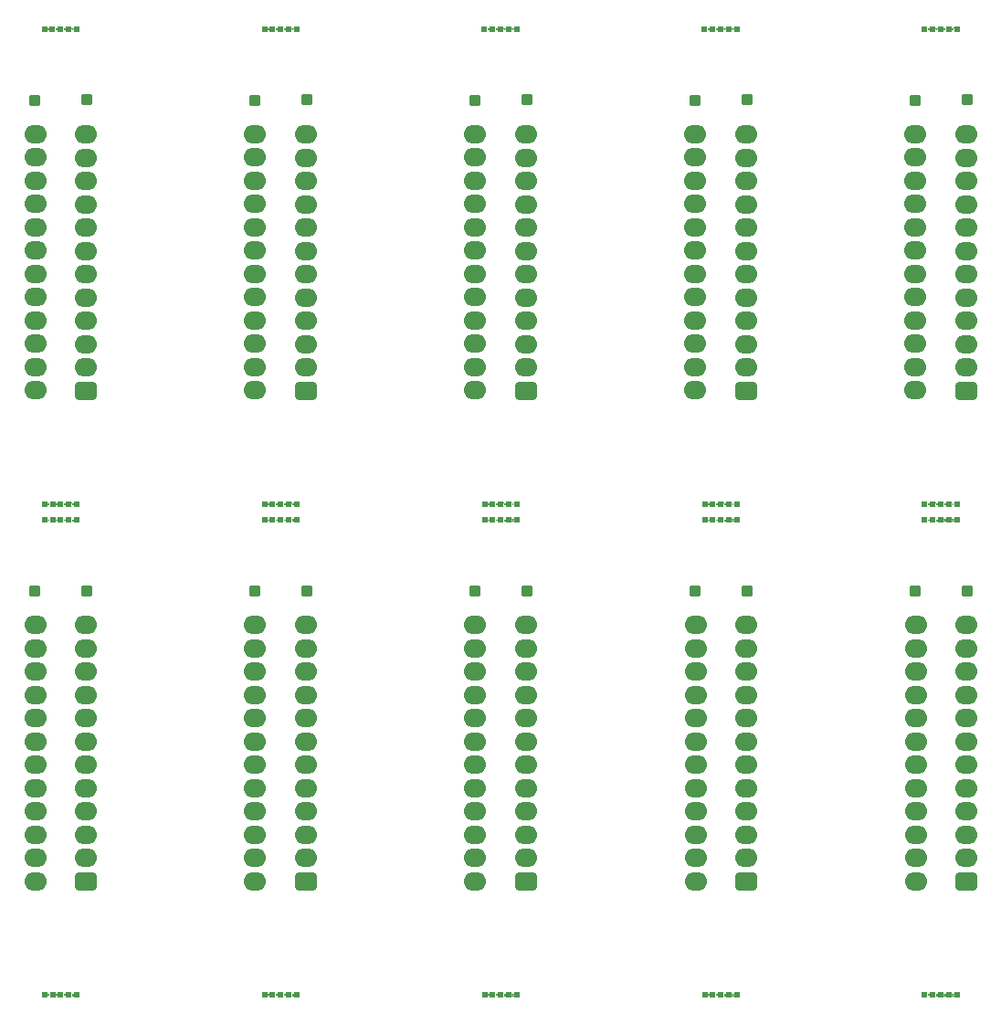
<source format=gts>
G04 #@! TF.GenerationSoftware,KiCad,Pcbnew,6.0.1-79c1e3a40b~116~ubuntu20.04.1*
G04 #@! TF.CreationDate,2022-01-18T16:31:01+01:00*
G04 #@! TF.ProjectId,10xNano_GPIB,3130784e-616e-46f5-9f47-5049422e6b69,rev?*
G04 #@! TF.SameCoordinates,Original*
G04 #@! TF.FileFunction,Soldermask,Top*
G04 #@! TF.FilePolarity,Negative*
%FSLAX46Y46*%
G04 Gerber Fmt 4.6, Leading zero omitted, Abs format (unit mm)*
G04 Created by KiCad (PCBNEW 6.0.1-79c1e3a40b~116~ubuntu20.04.1) date 2022-01-18 16:31:01*
%MOMM*%
%LPD*%
G01*
G04 APERTURE LIST*
G04 Aperture macros list*
%AMRoundRect*
0 Rectangle with rounded corners*
0 $1 Rounding radius*
0 $2 $3 $4 $5 $6 $7 $8 $9 X,Y pos of 4 corners*
0 Add a 4 corners polygon primitive as box body*
4,1,4,$2,$3,$4,$5,$6,$7,$8,$9,$2,$3,0*
0 Add four circle primitives for the rounded corners*
1,1,$1+$1,$2,$3*
1,1,$1+$1,$4,$5*
1,1,$1+$1,$6,$7*
1,1,$1+$1,$8,$9*
0 Add four rect primitives between the rounded corners*
20,1,$1+$1,$2,$3,$4,$5,0*
20,1,$1+$1,$4,$5,$6,$7,0*
20,1,$1+$1,$6,$7,$8,$9,0*
20,1,$1+$1,$8,$9,$2,$3,0*%
G04 Aperture macros list end*
%ADD10RoundRect,0.451000X0.600000X-0.400000X0.600000X0.400000X-0.600000X0.400000X-0.600000X-0.400000X0*%
%ADD11O,2.102000X1.702000*%
%ADD12RoundRect,0.051000X0.425000X0.425000X-0.425000X0.425000X-0.425000X-0.425000X0.425000X-0.425000X0*%
%ADD13C,0.602000*%
G04 APERTURE END LIST*
D10*
X123160000Y-127619000D03*
D11*
X123160000Y-125460000D03*
X123160000Y-123301000D03*
X123160000Y-121142000D03*
X123160000Y-118983000D03*
X123160000Y-116824000D03*
X123160000Y-114665000D03*
X123160000Y-112506000D03*
X123160000Y-110347000D03*
X123160000Y-108188000D03*
X123160000Y-106029000D03*
X123160000Y-103870000D03*
X118480000Y-127594500D03*
X118480000Y-125435500D03*
X118480000Y-123276500D03*
X118480000Y-121117500D03*
X118480000Y-118958500D03*
X118480000Y-116799500D03*
X118480000Y-114640500D03*
X118480000Y-112481500D03*
X118480000Y-110322500D03*
X118480000Y-108163500D03*
X118480000Y-106004500D03*
X118480000Y-103845500D03*
D12*
X98030439Y-100729447D03*
D10*
X82340000Y-82119000D03*
D11*
X82340000Y-79960000D03*
X82340000Y-77801000D03*
X82340000Y-75642000D03*
X82340000Y-73483000D03*
X82340000Y-71324000D03*
X82340000Y-69165000D03*
X82340000Y-67006000D03*
X82340000Y-64847000D03*
X82340000Y-62688000D03*
X82340000Y-60529000D03*
X82340000Y-58370000D03*
X77660000Y-82094500D03*
X77660000Y-79935500D03*
X77660000Y-77776500D03*
X77660000Y-75617500D03*
X77660000Y-73458500D03*
X77660000Y-71299500D03*
X77660000Y-69140500D03*
X77660000Y-66981500D03*
X77660000Y-64822500D03*
X77660000Y-62663500D03*
X77660000Y-60504500D03*
X77660000Y-58345500D03*
D10*
X143540000Y-82119000D03*
D11*
X143540000Y-79960000D03*
X143540000Y-77801000D03*
X143540000Y-75642000D03*
X143540000Y-73483000D03*
X143540000Y-71324000D03*
X143540000Y-69165000D03*
X143540000Y-67006000D03*
X143540000Y-64847000D03*
X143540000Y-62688000D03*
X143540000Y-60529000D03*
X143540000Y-58370000D03*
X138860000Y-82094500D03*
X138860000Y-79935500D03*
X138860000Y-77776500D03*
X138860000Y-75617500D03*
X138860000Y-73458500D03*
X138860000Y-71299500D03*
X138860000Y-69140500D03*
X138860000Y-66981500D03*
X138860000Y-64822500D03*
X138860000Y-62663500D03*
X138860000Y-60504500D03*
X138860000Y-58345500D03*
D12*
X123240439Y-100669447D03*
X98030439Y-55229447D03*
X143640439Y-100669447D03*
X57230439Y-55229447D03*
D13*
X80010000Y-48610000D03*
X78510000Y-48610000D03*
X81510000Y-48610000D03*
X80760000Y-48610000D03*
X79260000Y-48610000D03*
D10*
X61940000Y-82119000D03*
D11*
X61940000Y-79960000D03*
X61940000Y-77801000D03*
X61940000Y-75642000D03*
X61940000Y-73483000D03*
X61940000Y-71324000D03*
X61940000Y-69165000D03*
X61940000Y-67006000D03*
X61940000Y-64847000D03*
X61940000Y-62688000D03*
X61940000Y-60529000D03*
X61940000Y-58370000D03*
X57260000Y-82094500D03*
X57260000Y-79935500D03*
X57260000Y-77776500D03*
X57260000Y-75617500D03*
X57260000Y-73458500D03*
X57260000Y-71299500D03*
X57260000Y-69140500D03*
X57260000Y-66981500D03*
X57260000Y-64822500D03*
X57260000Y-62663500D03*
X57260000Y-60504500D03*
X57260000Y-58345500D03*
D13*
X61120000Y-92630000D03*
X60370000Y-94130000D03*
X60370000Y-92630000D03*
X59620000Y-92630000D03*
X58120000Y-94130000D03*
X61120000Y-94130000D03*
X58870000Y-92630000D03*
X59620000Y-94130000D03*
X58870000Y-94130000D03*
X58120000Y-92630000D03*
D12*
X138830439Y-100729447D03*
D13*
X140470000Y-92630000D03*
X141220000Y-92630000D03*
X141970000Y-94130000D03*
X142720000Y-94130000D03*
X139720000Y-92630000D03*
X142720000Y-92630000D03*
X140470000Y-94130000D03*
X139720000Y-94130000D03*
X141220000Y-94130000D03*
X141970000Y-92630000D03*
D12*
X77630439Y-55229447D03*
D13*
X119320000Y-138140000D03*
X120070000Y-138140000D03*
X122320000Y-138140000D03*
X121570000Y-138140000D03*
X120820000Y-138140000D03*
D10*
X102740000Y-127619000D03*
D11*
X102740000Y-125460000D03*
X102740000Y-123301000D03*
X102740000Y-121142000D03*
X102740000Y-118983000D03*
X102740000Y-116824000D03*
X102740000Y-114665000D03*
X102740000Y-112506000D03*
X102740000Y-110347000D03*
X102740000Y-108188000D03*
X102740000Y-106029000D03*
X102740000Y-103870000D03*
X98060000Y-127594500D03*
X98060000Y-125435500D03*
X98060000Y-123276500D03*
X98060000Y-121117500D03*
X98060000Y-118958500D03*
X98060000Y-116799500D03*
X98060000Y-114640500D03*
X98060000Y-112481500D03*
X98060000Y-110322500D03*
X98060000Y-108163500D03*
X98060000Y-106004500D03*
X98060000Y-103845500D03*
D12*
X102840439Y-55169447D03*
X77630439Y-100729447D03*
X143640439Y-55169447D03*
X118430439Y-55229447D03*
D10*
X102740000Y-82119000D03*
D11*
X102740000Y-79960000D03*
X102740000Y-77801000D03*
X102740000Y-75642000D03*
X102740000Y-73483000D03*
X102740000Y-71324000D03*
X102740000Y-69165000D03*
X102740000Y-67006000D03*
X102740000Y-64847000D03*
X102740000Y-62688000D03*
X102740000Y-60529000D03*
X102740000Y-58370000D03*
X98060000Y-82094500D03*
X98060000Y-79935500D03*
X98060000Y-77776500D03*
X98060000Y-75617500D03*
X98060000Y-73458500D03*
X98060000Y-71299500D03*
X98060000Y-69140500D03*
X98060000Y-66981500D03*
X98060000Y-64822500D03*
X98060000Y-62663500D03*
X98060000Y-60504500D03*
X98060000Y-58345500D03*
D13*
X98920000Y-138140000D03*
X99670000Y-138140000D03*
X101920000Y-138140000D03*
X101170000Y-138140000D03*
X100420000Y-138140000D03*
X122320000Y-94130000D03*
X120820000Y-92630000D03*
X119320000Y-92630000D03*
X122320000Y-92630000D03*
X119320000Y-94130000D03*
X120820000Y-94130000D03*
X121570000Y-92630000D03*
X120070000Y-92630000D03*
X120070000Y-94130000D03*
X121570000Y-94130000D03*
D12*
X138830439Y-55229447D03*
X82440439Y-55169447D03*
D10*
X82340000Y-127619000D03*
D11*
X82340000Y-125460000D03*
X82340000Y-123301000D03*
X82340000Y-121142000D03*
X82340000Y-118983000D03*
X82340000Y-116824000D03*
X82340000Y-114665000D03*
X82340000Y-112506000D03*
X82340000Y-110347000D03*
X82340000Y-108188000D03*
X82340000Y-106029000D03*
X82340000Y-103870000D03*
X77660000Y-127594500D03*
X77660000Y-125435500D03*
X77660000Y-123276500D03*
X77660000Y-121117500D03*
X77660000Y-118958500D03*
X77660000Y-116799500D03*
X77660000Y-114640500D03*
X77660000Y-112481500D03*
X77660000Y-110322500D03*
X77660000Y-108163500D03*
X77660000Y-106004500D03*
X77660000Y-103845500D03*
D13*
X140450000Y-48610000D03*
X139700000Y-48610000D03*
X141200000Y-48610000D03*
X141950000Y-48610000D03*
X142700000Y-48610000D03*
D12*
X62040439Y-100669447D03*
X82440439Y-100669447D03*
X57230439Y-100729447D03*
D13*
X98910000Y-48610000D03*
X101160000Y-48610000D03*
X99660000Y-48610000D03*
X101910000Y-48610000D03*
X100410000Y-48610000D03*
D12*
X62040439Y-55169447D03*
D13*
X60370000Y-138140000D03*
X61120000Y-138140000D03*
X59620000Y-138140000D03*
X58120000Y-138140000D03*
X58870000Y-138140000D03*
X78520000Y-92630000D03*
X79270000Y-94130000D03*
X81520000Y-94130000D03*
X80770000Y-94130000D03*
X78520000Y-94130000D03*
X80020000Y-92630000D03*
X81520000Y-92630000D03*
X79270000Y-92630000D03*
X80020000Y-94130000D03*
X80770000Y-92630000D03*
X60360000Y-48610000D03*
X58110000Y-48610000D03*
X59610000Y-48610000D03*
X61110000Y-48610000D03*
X58860000Y-48610000D03*
D10*
X143570000Y-127609000D03*
D11*
X143570000Y-125450000D03*
X143570000Y-123291000D03*
X143570000Y-121132000D03*
X143570000Y-118973000D03*
X143570000Y-116814000D03*
X143570000Y-114655000D03*
X143570000Y-112496000D03*
X143570000Y-110337000D03*
X143570000Y-108178000D03*
X143570000Y-106019000D03*
X143570000Y-103860000D03*
X138890000Y-127584500D03*
X138890000Y-125425500D03*
X138890000Y-123266500D03*
X138890000Y-121107500D03*
X138890000Y-118948500D03*
X138890000Y-116789500D03*
X138890000Y-114630500D03*
X138890000Y-112471500D03*
X138890000Y-110312500D03*
X138890000Y-108153500D03*
X138890000Y-105994500D03*
X138890000Y-103835500D03*
D13*
X139720000Y-138140000D03*
X141220000Y-138140000D03*
X141970000Y-138140000D03*
X140470000Y-138140000D03*
X142720000Y-138140000D03*
D12*
X123240439Y-55169447D03*
X102840439Y-100669447D03*
D13*
X80020000Y-138140000D03*
X80770000Y-138140000D03*
X79270000Y-138140000D03*
X81520000Y-138140000D03*
X78520000Y-138140000D03*
D10*
X123140000Y-82119000D03*
D11*
X123140000Y-79960000D03*
X123140000Y-77801000D03*
X123140000Y-75642000D03*
X123140000Y-73483000D03*
X123140000Y-71324000D03*
X123140000Y-69165000D03*
X123140000Y-67006000D03*
X123140000Y-64847000D03*
X123140000Y-62688000D03*
X123140000Y-60529000D03*
X123140000Y-58370000D03*
X118460000Y-82094500D03*
X118460000Y-79935500D03*
X118460000Y-77776500D03*
X118460000Y-75617500D03*
X118460000Y-73458500D03*
X118460000Y-71299500D03*
X118460000Y-69140500D03*
X118460000Y-66981500D03*
X118460000Y-64822500D03*
X118460000Y-62663500D03*
X118460000Y-60504500D03*
X118460000Y-58345500D03*
D12*
X118430439Y-100729447D03*
D13*
X99670000Y-94130000D03*
X101170000Y-92630000D03*
X98920000Y-94130000D03*
X98920000Y-92630000D03*
X101920000Y-92630000D03*
X101920000Y-94130000D03*
X99670000Y-92630000D03*
X100420000Y-92630000D03*
X100420000Y-94130000D03*
X101170000Y-94130000D03*
D10*
X61940000Y-127619000D03*
D11*
X61940000Y-125460000D03*
X61940000Y-123301000D03*
X61940000Y-121142000D03*
X61940000Y-118983000D03*
X61940000Y-116824000D03*
X61940000Y-114665000D03*
X61940000Y-112506000D03*
X61940000Y-110347000D03*
X61940000Y-108188000D03*
X61940000Y-106029000D03*
X61940000Y-103870000D03*
X57260000Y-127594500D03*
X57260000Y-125435500D03*
X57260000Y-123276500D03*
X57260000Y-121117500D03*
X57260000Y-118958500D03*
X57260000Y-116799500D03*
X57260000Y-114640500D03*
X57260000Y-112481500D03*
X57260000Y-110322500D03*
X57260000Y-108163500D03*
X57260000Y-106004500D03*
X57260000Y-103845500D03*
D13*
X121560000Y-48610000D03*
X120810000Y-48610000D03*
X122310000Y-48610000D03*
X120060000Y-48610000D03*
X119310000Y-48610000D03*
G36*
X120338315Y-138007990D02*
G01*
X120383037Y-138055343D01*
X120450263Y-138071991D01*
X120515864Y-138049635D01*
X120551095Y-138008977D01*
X120552985Y-138008323D01*
X120554496Y-138009633D01*
X120554338Y-138011287D01*
X120539062Y-138037746D01*
X120521031Y-138140000D01*
X120539062Y-138242254D01*
X120554871Y-138269637D01*
X120554871Y-138271637D01*
X120553139Y-138272637D01*
X120551685Y-138272010D01*
X120506963Y-138224657D01*
X120439737Y-138208009D01*
X120374136Y-138230365D01*
X120338905Y-138271023D01*
X120337015Y-138271677D01*
X120335504Y-138270367D01*
X120335662Y-138268713D01*
X120350938Y-138242254D01*
X120368969Y-138140000D01*
X120350938Y-138037746D01*
X120335129Y-138010363D01*
X120335129Y-138008363D01*
X120336861Y-138007363D01*
X120338315Y-138007990D01*
G37*
G36*
X100688315Y-138007990D02*
G01*
X100733037Y-138055343D01*
X100800263Y-138071991D01*
X100865864Y-138049635D01*
X100901095Y-138008977D01*
X100902985Y-138008323D01*
X100904496Y-138009633D01*
X100904338Y-138011287D01*
X100889062Y-138037746D01*
X100871031Y-138140000D01*
X100889062Y-138242254D01*
X100904871Y-138269637D01*
X100904871Y-138271637D01*
X100903139Y-138272637D01*
X100901685Y-138272010D01*
X100856963Y-138224657D01*
X100789737Y-138208009D01*
X100724136Y-138230365D01*
X100688905Y-138271023D01*
X100687015Y-138271677D01*
X100685504Y-138270367D01*
X100685662Y-138268713D01*
X100700938Y-138242254D01*
X100718969Y-138140000D01*
X100700938Y-138037746D01*
X100685129Y-138010363D01*
X100685129Y-138008363D01*
X100686861Y-138007363D01*
X100688315Y-138007990D01*
G37*
G36*
X78788315Y-138007990D02*
G01*
X78833037Y-138055343D01*
X78900263Y-138071991D01*
X78965864Y-138049635D01*
X79001095Y-138008977D01*
X79002985Y-138008323D01*
X79004496Y-138009633D01*
X79004338Y-138011287D01*
X78989062Y-138037746D01*
X78971031Y-138140000D01*
X78989062Y-138242254D01*
X79004871Y-138269637D01*
X79004871Y-138271637D01*
X79003139Y-138272637D01*
X79001685Y-138272010D01*
X78956963Y-138224657D01*
X78889737Y-138208009D01*
X78824136Y-138230365D01*
X78788905Y-138271023D01*
X78787015Y-138271677D01*
X78785504Y-138270367D01*
X78785662Y-138268713D01*
X78800938Y-138242254D01*
X78818969Y-138140000D01*
X78800938Y-138037746D01*
X78785129Y-138010363D01*
X78785129Y-138008363D01*
X78786861Y-138007363D01*
X78788315Y-138007990D01*
G37*
G36*
X99938315Y-138007990D02*
G01*
X99983037Y-138055343D01*
X100050263Y-138071991D01*
X100115864Y-138049635D01*
X100151095Y-138008977D01*
X100152985Y-138008323D01*
X100154496Y-138009633D01*
X100154338Y-138011287D01*
X100139062Y-138037746D01*
X100121031Y-138140000D01*
X100139062Y-138242254D01*
X100154871Y-138269637D01*
X100154871Y-138271637D01*
X100153139Y-138272637D01*
X100151685Y-138272010D01*
X100106963Y-138224657D01*
X100039737Y-138208009D01*
X99974136Y-138230365D01*
X99938905Y-138271023D01*
X99937015Y-138271677D01*
X99935504Y-138270367D01*
X99935662Y-138268713D01*
X99950938Y-138242254D01*
X99968969Y-138140000D01*
X99950938Y-138037746D01*
X99935129Y-138010363D01*
X99935129Y-138008363D01*
X99936861Y-138007363D01*
X99938315Y-138007990D01*
G37*
G36*
X141488315Y-138007990D02*
G01*
X141533037Y-138055343D01*
X141600263Y-138071991D01*
X141665864Y-138049635D01*
X141701095Y-138008977D01*
X141702985Y-138008323D01*
X141704496Y-138009633D01*
X141704338Y-138011287D01*
X141689062Y-138037746D01*
X141671031Y-138140000D01*
X141689062Y-138242254D01*
X141704871Y-138269637D01*
X141704871Y-138271637D01*
X141703139Y-138272637D01*
X141701685Y-138272010D01*
X141656963Y-138224657D01*
X141589737Y-138208009D01*
X141524136Y-138230365D01*
X141488905Y-138271023D01*
X141487015Y-138271677D01*
X141485504Y-138270367D01*
X141485662Y-138268713D01*
X141500938Y-138242254D01*
X141518969Y-138140000D01*
X141500938Y-138037746D01*
X141485129Y-138010363D01*
X141485129Y-138008363D01*
X141486861Y-138007363D01*
X141488315Y-138007990D01*
G37*
G36*
X80288315Y-138007990D02*
G01*
X80333037Y-138055343D01*
X80400263Y-138071991D01*
X80465864Y-138049635D01*
X80501095Y-138008977D01*
X80502985Y-138008323D01*
X80504496Y-138009633D01*
X80504338Y-138011287D01*
X80489062Y-138037746D01*
X80471031Y-138140000D01*
X80489062Y-138242254D01*
X80504871Y-138269637D01*
X80504871Y-138271637D01*
X80503139Y-138272637D01*
X80501685Y-138272010D01*
X80456963Y-138224657D01*
X80389737Y-138208009D01*
X80324136Y-138230365D01*
X80288905Y-138271023D01*
X80287015Y-138271677D01*
X80285504Y-138270367D01*
X80285662Y-138268713D01*
X80300938Y-138242254D01*
X80318969Y-138140000D01*
X80300938Y-138037746D01*
X80285129Y-138010363D01*
X80285129Y-138008363D01*
X80286861Y-138007363D01*
X80288315Y-138007990D01*
G37*
G36*
X79538315Y-138007990D02*
G01*
X79583037Y-138055343D01*
X79650263Y-138071991D01*
X79715864Y-138049635D01*
X79751095Y-138008977D01*
X79752985Y-138008323D01*
X79754496Y-138009633D01*
X79754338Y-138011287D01*
X79739062Y-138037746D01*
X79721031Y-138140000D01*
X79739062Y-138242254D01*
X79754871Y-138269637D01*
X79754871Y-138271637D01*
X79753139Y-138272637D01*
X79751685Y-138272010D01*
X79706963Y-138224657D01*
X79639737Y-138208009D01*
X79574136Y-138230365D01*
X79538905Y-138271023D01*
X79537015Y-138271677D01*
X79535504Y-138270367D01*
X79535662Y-138268713D01*
X79550938Y-138242254D01*
X79568969Y-138140000D01*
X79550938Y-138037746D01*
X79535129Y-138010363D01*
X79535129Y-138008363D01*
X79536861Y-138007363D01*
X79538315Y-138007990D01*
G37*
G36*
X59888315Y-138007990D02*
G01*
X59933037Y-138055343D01*
X60000263Y-138071991D01*
X60065864Y-138049635D01*
X60101095Y-138008977D01*
X60102985Y-138008323D01*
X60104496Y-138009633D01*
X60104338Y-138011287D01*
X60089062Y-138037746D01*
X60071031Y-138140000D01*
X60089062Y-138242254D01*
X60104871Y-138269637D01*
X60104871Y-138271637D01*
X60103139Y-138272637D01*
X60101685Y-138272010D01*
X60056963Y-138224657D01*
X59989737Y-138208009D01*
X59924136Y-138230365D01*
X59888905Y-138271023D01*
X59887015Y-138271677D01*
X59885504Y-138270367D01*
X59885662Y-138268713D01*
X59900938Y-138242254D01*
X59918969Y-138140000D01*
X59900938Y-138037746D01*
X59885129Y-138010363D01*
X59885129Y-138008363D01*
X59886861Y-138007363D01*
X59888315Y-138007990D01*
G37*
G36*
X59138315Y-138007990D02*
G01*
X59183037Y-138055343D01*
X59250263Y-138071991D01*
X59315864Y-138049635D01*
X59351095Y-138008977D01*
X59352985Y-138008323D01*
X59354496Y-138009633D01*
X59354338Y-138011287D01*
X59339062Y-138037746D01*
X59321031Y-138140000D01*
X59339062Y-138242254D01*
X59354871Y-138269637D01*
X59354871Y-138271637D01*
X59353139Y-138272637D01*
X59351685Y-138272010D01*
X59306963Y-138224657D01*
X59239737Y-138208009D01*
X59174136Y-138230365D01*
X59138905Y-138271023D01*
X59137015Y-138271677D01*
X59135504Y-138270367D01*
X59135662Y-138268713D01*
X59150938Y-138242254D01*
X59168969Y-138140000D01*
X59150938Y-138037746D01*
X59135129Y-138010363D01*
X59135129Y-138008363D01*
X59136861Y-138007363D01*
X59138315Y-138007990D01*
G37*
G36*
X121088315Y-138007990D02*
G01*
X121133037Y-138055343D01*
X121200263Y-138071991D01*
X121265864Y-138049635D01*
X121301095Y-138008977D01*
X121302985Y-138008323D01*
X121304496Y-138009633D01*
X121304338Y-138011287D01*
X121289062Y-138037746D01*
X121271031Y-138140000D01*
X121289062Y-138242254D01*
X121304871Y-138269637D01*
X121304871Y-138271637D01*
X121303139Y-138272637D01*
X121301685Y-138272010D01*
X121256963Y-138224657D01*
X121189737Y-138208009D01*
X121124136Y-138230365D01*
X121088905Y-138271023D01*
X121087015Y-138271677D01*
X121085504Y-138270367D01*
X121085662Y-138268713D01*
X121100938Y-138242254D01*
X121118969Y-138140000D01*
X121100938Y-138037746D01*
X121085129Y-138010363D01*
X121085129Y-138008363D01*
X121086861Y-138007363D01*
X121088315Y-138007990D01*
G37*
G36*
X140738315Y-138007990D02*
G01*
X140783037Y-138055343D01*
X140850263Y-138071991D01*
X140915864Y-138049635D01*
X140951095Y-138008977D01*
X140952985Y-138008323D01*
X140954496Y-138009633D01*
X140954338Y-138011287D01*
X140939062Y-138037746D01*
X140921031Y-138140000D01*
X140939062Y-138242254D01*
X140954871Y-138269637D01*
X140954871Y-138271637D01*
X140953139Y-138272637D01*
X140951685Y-138272010D01*
X140906963Y-138224657D01*
X140839737Y-138208009D01*
X140774136Y-138230365D01*
X140738905Y-138271023D01*
X140737015Y-138271677D01*
X140735504Y-138270367D01*
X140735662Y-138268713D01*
X140750938Y-138242254D01*
X140768969Y-138140000D01*
X140750938Y-138037746D01*
X140735129Y-138010363D01*
X140735129Y-138008363D01*
X140736861Y-138007363D01*
X140738315Y-138007990D01*
G37*
G36*
X139988315Y-138007990D02*
G01*
X140033037Y-138055343D01*
X140100263Y-138071991D01*
X140165864Y-138049635D01*
X140201095Y-138008977D01*
X140202985Y-138008323D01*
X140204496Y-138009633D01*
X140204338Y-138011287D01*
X140189062Y-138037746D01*
X140171031Y-138140000D01*
X140189062Y-138242254D01*
X140204871Y-138269637D01*
X140204871Y-138271637D01*
X140203139Y-138272637D01*
X140201685Y-138272010D01*
X140156963Y-138224657D01*
X140089737Y-138208009D01*
X140024136Y-138230365D01*
X139988905Y-138271023D01*
X139987015Y-138271677D01*
X139985504Y-138270367D01*
X139985662Y-138268713D01*
X140000938Y-138242254D01*
X140018969Y-138140000D01*
X140000938Y-138037746D01*
X139985129Y-138010363D01*
X139985129Y-138008363D01*
X139986861Y-138007363D01*
X139988315Y-138007990D01*
G37*
G36*
X58388315Y-138007990D02*
G01*
X58433037Y-138055343D01*
X58500263Y-138071991D01*
X58565864Y-138049635D01*
X58601095Y-138008977D01*
X58602985Y-138008323D01*
X58604496Y-138009633D01*
X58604338Y-138011287D01*
X58589062Y-138037746D01*
X58571031Y-138140000D01*
X58589062Y-138242254D01*
X58604871Y-138269637D01*
X58604871Y-138271637D01*
X58603139Y-138272637D01*
X58601685Y-138272010D01*
X58556963Y-138224657D01*
X58489737Y-138208009D01*
X58424136Y-138230365D01*
X58388905Y-138271023D01*
X58387015Y-138271677D01*
X58385504Y-138270367D01*
X58385662Y-138268713D01*
X58400938Y-138242254D01*
X58418969Y-138140000D01*
X58400938Y-138037746D01*
X58385129Y-138010363D01*
X58385129Y-138008363D01*
X58386861Y-138007363D01*
X58388315Y-138007990D01*
G37*
G36*
X121838315Y-138007990D02*
G01*
X121883037Y-138055343D01*
X121950263Y-138071991D01*
X122015864Y-138049635D01*
X122051095Y-138008977D01*
X122052985Y-138008323D01*
X122054496Y-138009633D01*
X122054338Y-138011287D01*
X122039062Y-138037746D01*
X122021031Y-138140000D01*
X122039062Y-138242254D01*
X122054871Y-138269637D01*
X122054871Y-138271637D01*
X122053139Y-138272637D01*
X122051685Y-138272010D01*
X122006963Y-138224657D01*
X121939737Y-138208009D01*
X121874136Y-138230365D01*
X121838905Y-138271023D01*
X121837015Y-138271677D01*
X121835504Y-138270367D01*
X121835662Y-138268713D01*
X121850938Y-138242254D01*
X121868969Y-138140000D01*
X121850938Y-138037746D01*
X121835129Y-138010363D01*
X121835129Y-138008363D01*
X121836861Y-138007363D01*
X121838315Y-138007990D01*
G37*
G36*
X99188315Y-138007990D02*
G01*
X99233037Y-138055343D01*
X99300263Y-138071991D01*
X99365864Y-138049635D01*
X99401095Y-138008977D01*
X99402985Y-138008323D01*
X99404496Y-138009633D01*
X99404338Y-138011287D01*
X99389062Y-138037746D01*
X99371031Y-138140000D01*
X99389062Y-138242254D01*
X99404871Y-138269637D01*
X99404871Y-138271637D01*
X99403139Y-138272637D01*
X99401685Y-138272010D01*
X99356963Y-138224657D01*
X99289737Y-138208009D01*
X99224136Y-138230365D01*
X99188905Y-138271023D01*
X99187015Y-138271677D01*
X99185504Y-138270367D01*
X99185662Y-138268713D01*
X99200938Y-138242254D01*
X99218969Y-138140000D01*
X99200938Y-138037746D01*
X99185129Y-138010363D01*
X99185129Y-138008363D01*
X99186861Y-138007363D01*
X99188315Y-138007990D01*
G37*
G36*
X142238315Y-138007990D02*
G01*
X142283037Y-138055343D01*
X142350263Y-138071991D01*
X142415864Y-138049635D01*
X142451095Y-138008977D01*
X142452985Y-138008323D01*
X142454496Y-138009633D01*
X142454338Y-138011287D01*
X142439062Y-138037746D01*
X142421031Y-138140000D01*
X142439062Y-138242254D01*
X142454871Y-138269637D01*
X142454871Y-138271637D01*
X142453139Y-138272637D01*
X142451685Y-138272010D01*
X142406963Y-138224657D01*
X142339737Y-138208009D01*
X142274136Y-138230365D01*
X142238905Y-138271023D01*
X142237015Y-138271677D01*
X142235504Y-138270367D01*
X142235662Y-138268713D01*
X142250938Y-138242254D01*
X142268969Y-138140000D01*
X142250938Y-138037746D01*
X142235129Y-138010363D01*
X142235129Y-138008363D01*
X142236861Y-138007363D01*
X142238315Y-138007990D01*
G37*
G36*
X119588315Y-138007990D02*
G01*
X119633037Y-138055343D01*
X119700263Y-138071991D01*
X119765864Y-138049635D01*
X119801095Y-138008977D01*
X119802985Y-138008323D01*
X119804496Y-138009633D01*
X119804338Y-138011287D01*
X119789062Y-138037746D01*
X119771031Y-138140000D01*
X119789062Y-138242254D01*
X119804871Y-138269637D01*
X119804871Y-138271637D01*
X119803139Y-138272637D01*
X119801685Y-138272010D01*
X119756963Y-138224657D01*
X119689737Y-138208009D01*
X119624136Y-138230365D01*
X119588905Y-138271023D01*
X119587015Y-138271677D01*
X119585504Y-138270367D01*
X119585662Y-138268713D01*
X119600938Y-138242254D01*
X119618969Y-138140000D01*
X119600938Y-138037746D01*
X119585129Y-138010363D01*
X119585129Y-138008363D01*
X119586861Y-138007363D01*
X119588315Y-138007990D01*
G37*
G36*
X101438315Y-138007990D02*
G01*
X101483037Y-138055343D01*
X101550263Y-138071991D01*
X101615864Y-138049635D01*
X101651095Y-138008977D01*
X101652985Y-138008323D01*
X101654496Y-138009633D01*
X101654338Y-138011287D01*
X101639062Y-138037746D01*
X101621031Y-138140000D01*
X101639062Y-138242254D01*
X101654871Y-138269637D01*
X101654871Y-138271637D01*
X101653139Y-138272637D01*
X101651685Y-138272010D01*
X101606963Y-138224657D01*
X101539737Y-138208009D01*
X101474136Y-138230365D01*
X101438905Y-138271023D01*
X101437015Y-138271677D01*
X101435504Y-138270367D01*
X101435662Y-138268713D01*
X101450938Y-138242254D01*
X101468969Y-138140000D01*
X101450938Y-138037746D01*
X101435129Y-138010363D01*
X101435129Y-138008363D01*
X101436861Y-138007363D01*
X101438315Y-138007990D01*
G37*
G36*
X81038315Y-138007990D02*
G01*
X81083037Y-138055343D01*
X81150263Y-138071991D01*
X81215864Y-138049635D01*
X81251095Y-138008977D01*
X81252985Y-138008323D01*
X81254496Y-138009633D01*
X81254338Y-138011287D01*
X81239062Y-138037746D01*
X81221031Y-138140000D01*
X81239062Y-138242254D01*
X81254871Y-138269637D01*
X81254871Y-138271637D01*
X81253139Y-138272637D01*
X81251685Y-138272010D01*
X81206963Y-138224657D01*
X81139737Y-138208009D01*
X81074136Y-138230365D01*
X81038905Y-138271023D01*
X81037015Y-138271677D01*
X81035504Y-138270367D01*
X81035662Y-138268713D01*
X81050938Y-138242254D01*
X81068969Y-138140000D01*
X81050938Y-138037746D01*
X81035129Y-138010363D01*
X81035129Y-138008363D01*
X81036861Y-138007363D01*
X81038315Y-138007990D01*
G37*
G36*
X60638315Y-138007990D02*
G01*
X60683037Y-138055343D01*
X60750263Y-138071991D01*
X60815864Y-138049635D01*
X60851095Y-138008977D01*
X60852985Y-138008323D01*
X60854496Y-138009633D01*
X60854338Y-138011287D01*
X60839062Y-138037746D01*
X60821031Y-138140000D01*
X60839062Y-138242254D01*
X60854871Y-138269637D01*
X60854871Y-138271637D01*
X60853139Y-138272637D01*
X60851685Y-138272010D01*
X60806963Y-138224657D01*
X60739737Y-138208009D01*
X60674136Y-138230365D01*
X60638905Y-138271023D01*
X60637015Y-138271677D01*
X60635504Y-138270367D01*
X60635662Y-138268713D01*
X60650938Y-138242254D01*
X60668969Y-138140000D01*
X60650938Y-138037746D01*
X60635129Y-138010363D01*
X60635129Y-138008363D01*
X60636861Y-138007363D01*
X60638315Y-138007990D01*
G37*
G36*
X120338315Y-93997990D02*
G01*
X120383037Y-94045343D01*
X120450263Y-94061991D01*
X120515864Y-94039635D01*
X120551095Y-93998977D01*
X120552985Y-93998323D01*
X120554496Y-93999633D01*
X120554338Y-94001287D01*
X120539062Y-94027746D01*
X120521031Y-94130000D01*
X120539062Y-94232254D01*
X120554871Y-94259637D01*
X120554871Y-94261637D01*
X120553139Y-94262637D01*
X120551685Y-94262010D01*
X120506963Y-94214657D01*
X120439737Y-94198009D01*
X120374136Y-94220365D01*
X120338905Y-94261023D01*
X120337015Y-94261677D01*
X120335504Y-94260367D01*
X120335662Y-94258713D01*
X120350938Y-94232254D01*
X120368969Y-94130000D01*
X120350938Y-94027746D01*
X120335129Y-94000363D01*
X120335129Y-93998363D01*
X120336861Y-93997363D01*
X120338315Y-93997990D01*
G37*
G36*
X119588315Y-93997990D02*
G01*
X119633037Y-94045343D01*
X119700263Y-94061991D01*
X119765864Y-94039635D01*
X119801095Y-93998977D01*
X119802985Y-93998323D01*
X119804496Y-93999633D01*
X119804338Y-94001287D01*
X119789062Y-94027746D01*
X119771031Y-94130000D01*
X119789062Y-94232254D01*
X119804871Y-94259637D01*
X119804871Y-94261637D01*
X119803139Y-94262637D01*
X119801685Y-94262010D01*
X119756963Y-94214657D01*
X119689737Y-94198009D01*
X119624136Y-94220365D01*
X119588905Y-94261023D01*
X119587015Y-94261677D01*
X119585504Y-94260367D01*
X119585662Y-94258713D01*
X119600938Y-94232254D01*
X119618969Y-94130000D01*
X119600938Y-94027746D01*
X119585129Y-94000363D01*
X119585129Y-93998363D01*
X119586861Y-93997363D01*
X119588315Y-93997990D01*
G37*
G36*
X59888315Y-93997990D02*
G01*
X59933037Y-94045343D01*
X60000263Y-94061991D01*
X60065864Y-94039635D01*
X60101095Y-93998977D01*
X60102985Y-93998323D01*
X60104496Y-93999633D01*
X60104338Y-94001287D01*
X60089062Y-94027746D01*
X60071031Y-94130000D01*
X60089062Y-94232254D01*
X60104871Y-94259637D01*
X60104871Y-94261637D01*
X60103139Y-94262637D01*
X60101685Y-94262010D01*
X60056963Y-94214657D01*
X59989737Y-94198009D01*
X59924136Y-94220365D01*
X59888905Y-94261023D01*
X59887015Y-94261677D01*
X59885504Y-94260367D01*
X59885662Y-94258713D01*
X59900938Y-94232254D01*
X59918969Y-94130000D01*
X59900938Y-94027746D01*
X59885129Y-94000363D01*
X59885129Y-93998363D01*
X59886861Y-93997363D01*
X59888315Y-93997990D01*
G37*
G36*
X101438315Y-93997990D02*
G01*
X101483037Y-94045343D01*
X101550263Y-94061991D01*
X101615864Y-94039635D01*
X101651095Y-93998977D01*
X101652985Y-93998323D01*
X101654496Y-93999633D01*
X101654338Y-94001287D01*
X101639062Y-94027746D01*
X101621031Y-94130000D01*
X101639062Y-94232254D01*
X101654871Y-94259637D01*
X101654871Y-94261637D01*
X101653139Y-94262637D01*
X101651685Y-94262010D01*
X101606963Y-94214657D01*
X101539737Y-94198009D01*
X101474136Y-94220365D01*
X101438905Y-94261023D01*
X101437015Y-94261677D01*
X101435504Y-94260367D01*
X101435662Y-94258713D01*
X101450938Y-94232254D01*
X101468969Y-94130000D01*
X101450938Y-94027746D01*
X101435129Y-94000363D01*
X101435129Y-93998363D01*
X101436861Y-93997363D01*
X101438315Y-93997990D01*
G37*
G36*
X81038315Y-93997990D02*
G01*
X81083037Y-94045343D01*
X81150263Y-94061991D01*
X81215864Y-94039635D01*
X81251095Y-93998977D01*
X81252985Y-93998323D01*
X81254496Y-93999633D01*
X81254338Y-94001287D01*
X81239062Y-94027746D01*
X81221031Y-94130000D01*
X81239062Y-94232254D01*
X81254871Y-94259637D01*
X81254871Y-94261637D01*
X81253139Y-94262637D01*
X81251685Y-94262010D01*
X81206963Y-94214657D01*
X81139737Y-94198009D01*
X81074136Y-94220365D01*
X81038905Y-94261023D01*
X81037015Y-94261677D01*
X81035504Y-94260367D01*
X81035662Y-94258713D01*
X81050938Y-94232254D01*
X81068969Y-94130000D01*
X81050938Y-94027746D01*
X81035129Y-94000363D01*
X81035129Y-93998363D01*
X81036861Y-93997363D01*
X81038315Y-93997990D01*
G37*
G36*
X100688315Y-93997990D02*
G01*
X100733037Y-94045343D01*
X100800263Y-94061991D01*
X100865864Y-94039635D01*
X100901095Y-93998977D01*
X100902985Y-93998323D01*
X100904496Y-93999633D01*
X100904338Y-94001287D01*
X100889062Y-94027746D01*
X100871031Y-94130000D01*
X100889062Y-94232254D01*
X100904871Y-94259637D01*
X100904871Y-94261637D01*
X100903139Y-94262637D01*
X100901685Y-94262010D01*
X100856963Y-94214657D01*
X100789737Y-94198009D01*
X100724136Y-94220365D01*
X100688905Y-94261023D01*
X100687015Y-94261677D01*
X100685504Y-94260367D01*
X100685662Y-94258713D01*
X100700938Y-94232254D01*
X100718969Y-94130000D01*
X100700938Y-94027746D01*
X100685129Y-94000363D01*
X100685129Y-93998363D01*
X100686861Y-93997363D01*
X100688315Y-93997990D01*
G37*
G36*
X142238315Y-93997990D02*
G01*
X142283037Y-94045343D01*
X142350263Y-94061991D01*
X142415864Y-94039635D01*
X142451095Y-93998977D01*
X142452985Y-93998323D01*
X142454496Y-93999633D01*
X142454338Y-94001287D01*
X142439062Y-94027746D01*
X142421031Y-94130000D01*
X142439062Y-94232254D01*
X142454871Y-94259637D01*
X142454871Y-94261637D01*
X142453139Y-94262637D01*
X142451685Y-94262010D01*
X142406963Y-94214657D01*
X142339737Y-94198009D01*
X142274136Y-94220365D01*
X142238905Y-94261023D01*
X142237015Y-94261677D01*
X142235504Y-94260367D01*
X142235662Y-94258713D01*
X142250938Y-94232254D01*
X142268969Y-94130000D01*
X142250938Y-94027746D01*
X142235129Y-94000363D01*
X142235129Y-93998363D01*
X142236861Y-93997363D01*
X142238315Y-93997990D01*
G37*
G36*
X58388315Y-93997990D02*
G01*
X58433037Y-94045343D01*
X58500263Y-94061991D01*
X58565864Y-94039635D01*
X58601095Y-93998977D01*
X58602985Y-93998323D01*
X58604496Y-93999633D01*
X58604338Y-94001287D01*
X58589062Y-94027746D01*
X58571031Y-94130000D01*
X58589062Y-94232254D01*
X58604871Y-94259637D01*
X58604871Y-94261637D01*
X58603139Y-94262637D01*
X58601685Y-94262010D01*
X58556963Y-94214657D01*
X58489737Y-94198009D01*
X58424136Y-94220365D01*
X58388905Y-94261023D01*
X58387015Y-94261677D01*
X58385504Y-94260367D01*
X58385662Y-94258713D01*
X58400938Y-94232254D01*
X58418969Y-94130000D01*
X58400938Y-94027746D01*
X58385129Y-94000363D01*
X58385129Y-93998363D01*
X58386861Y-93997363D01*
X58388315Y-93997990D01*
G37*
G36*
X99938315Y-93997990D02*
G01*
X99983037Y-94045343D01*
X100050263Y-94061991D01*
X100115864Y-94039635D01*
X100151095Y-93998977D01*
X100152985Y-93998323D01*
X100154496Y-93999633D01*
X100154338Y-94001287D01*
X100139062Y-94027746D01*
X100121031Y-94130000D01*
X100139062Y-94232254D01*
X100154871Y-94259637D01*
X100154871Y-94261637D01*
X100153139Y-94262637D01*
X100151685Y-94262010D01*
X100106963Y-94214657D01*
X100039737Y-94198009D01*
X99974136Y-94220365D01*
X99938905Y-94261023D01*
X99937015Y-94261677D01*
X99935504Y-94260367D01*
X99935662Y-94258713D01*
X99950938Y-94232254D01*
X99968969Y-94130000D01*
X99950938Y-94027746D01*
X99935129Y-94000363D01*
X99935129Y-93998363D01*
X99936861Y-93997363D01*
X99938315Y-93997990D01*
G37*
G36*
X99188315Y-93997990D02*
G01*
X99233037Y-94045343D01*
X99300263Y-94061991D01*
X99365864Y-94039635D01*
X99401095Y-93998977D01*
X99402985Y-93998323D01*
X99404496Y-93999633D01*
X99404338Y-94001287D01*
X99389062Y-94027746D01*
X99371031Y-94130000D01*
X99389062Y-94232254D01*
X99404871Y-94259637D01*
X99404871Y-94261637D01*
X99403139Y-94262637D01*
X99401685Y-94262010D01*
X99356963Y-94214657D01*
X99289737Y-94198009D01*
X99224136Y-94220365D01*
X99188905Y-94261023D01*
X99187015Y-94261677D01*
X99185504Y-94260367D01*
X99185662Y-94258713D01*
X99200938Y-94232254D01*
X99218969Y-94130000D01*
X99200938Y-94027746D01*
X99185129Y-94000363D01*
X99185129Y-93998363D01*
X99186861Y-93997363D01*
X99188315Y-93997990D01*
G37*
G36*
X59138315Y-93997990D02*
G01*
X59183037Y-94045343D01*
X59250263Y-94061991D01*
X59315864Y-94039635D01*
X59351095Y-93998977D01*
X59352985Y-93998323D01*
X59354496Y-93999633D01*
X59354338Y-94001287D01*
X59339062Y-94027746D01*
X59321031Y-94130000D01*
X59339062Y-94232254D01*
X59354871Y-94259637D01*
X59354871Y-94261637D01*
X59353139Y-94262637D01*
X59351685Y-94262010D01*
X59306963Y-94214657D01*
X59239737Y-94198009D01*
X59174136Y-94220365D01*
X59138905Y-94261023D01*
X59137015Y-94261677D01*
X59135504Y-94260367D01*
X59135662Y-94258713D01*
X59150938Y-94232254D01*
X59168969Y-94130000D01*
X59150938Y-94027746D01*
X59135129Y-94000363D01*
X59135129Y-93998363D01*
X59136861Y-93997363D01*
X59138315Y-93997990D01*
G37*
G36*
X79538315Y-93997990D02*
G01*
X79583037Y-94045343D01*
X79650263Y-94061991D01*
X79715864Y-94039635D01*
X79751095Y-93998977D01*
X79752985Y-93998323D01*
X79754496Y-93999633D01*
X79754338Y-94001287D01*
X79739062Y-94027746D01*
X79721031Y-94130000D01*
X79739062Y-94232254D01*
X79754871Y-94259637D01*
X79754871Y-94261637D01*
X79753139Y-94262637D01*
X79751685Y-94262010D01*
X79706963Y-94214657D01*
X79639737Y-94198009D01*
X79574136Y-94220365D01*
X79538905Y-94261023D01*
X79537015Y-94261677D01*
X79535504Y-94260367D01*
X79535662Y-94258713D01*
X79550938Y-94232254D01*
X79568969Y-94130000D01*
X79550938Y-94027746D01*
X79535129Y-94000363D01*
X79535129Y-93998363D01*
X79536861Y-93997363D01*
X79538315Y-93997990D01*
G37*
G36*
X78788315Y-93997990D02*
G01*
X78833037Y-94045343D01*
X78900263Y-94061991D01*
X78965864Y-94039635D01*
X79001095Y-93998977D01*
X79002985Y-93998323D01*
X79004496Y-93999633D01*
X79004338Y-94001287D01*
X78989062Y-94027746D01*
X78971031Y-94130000D01*
X78989062Y-94232254D01*
X79004871Y-94259637D01*
X79004871Y-94261637D01*
X79003139Y-94262637D01*
X79001685Y-94262010D01*
X78956963Y-94214657D01*
X78889737Y-94198009D01*
X78824136Y-94220365D01*
X78788905Y-94261023D01*
X78787015Y-94261677D01*
X78785504Y-94260367D01*
X78785662Y-94258713D01*
X78800938Y-94232254D01*
X78818969Y-94130000D01*
X78800938Y-94027746D01*
X78785129Y-94000363D01*
X78785129Y-93998363D01*
X78786861Y-93997363D01*
X78788315Y-93997990D01*
G37*
G36*
X60638315Y-93997990D02*
G01*
X60683037Y-94045343D01*
X60750263Y-94061991D01*
X60815864Y-94039635D01*
X60851095Y-93998977D01*
X60852985Y-93998323D01*
X60854496Y-93999633D01*
X60854338Y-94001287D01*
X60839062Y-94027746D01*
X60821031Y-94130000D01*
X60839062Y-94232254D01*
X60854871Y-94259637D01*
X60854871Y-94261637D01*
X60853139Y-94262637D01*
X60851685Y-94262010D01*
X60806963Y-94214657D01*
X60739737Y-94198009D01*
X60674136Y-94220365D01*
X60638905Y-94261023D01*
X60637015Y-94261677D01*
X60635504Y-94260367D01*
X60635662Y-94258713D01*
X60650938Y-94232254D01*
X60668969Y-94130000D01*
X60650938Y-94027746D01*
X60635129Y-94000363D01*
X60635129Y-93998363D01*
X60636861Y-93997363D01*
X60638315Y-93997990D01*
G37*
G36*
X80288315Y-93997990D02*
G01*
X80333037Y-94045343D01*
X80400263Y-94061991D01*
X80465864Y-94039635D01*
X80501095Y-93998977D01*
X80502985Y-93998323D01*
X80504496Y-93999633D01*
X80504338Y-94001287D01*
X80489062Y-94027746D01*
X80471031Y-94130000D01*
X80489062Y-94232254D01*
X80504871Y-94259637D01*
X80504871Y-94261637D01*
X80503139Y-94262637D01*
X80501685Y-94262010D01*
X80456963Y-94214657D01*
X80389737Y-94198009D01*
X80324136Y-94220365D01*
X80288905Y-94261023D01*
X80287015Y-94261677D01*
X80285504Y-94260367D01*
X80285662Y-94258713D01*
X80300938Y-94232254D01*
X80318969Y-94130000D01*
X80300938Y-94027746D01*
X80285129Y-94000363D01*
X80285129Y-93998363D01*
X80286861Y-93997363D01*
X80288315Y-93997990D01*
G37*
G36*
X140738315Y-93997990D02*
G01*
X140783037Y-94045343D01*
X140850263Y-94061991D01*
X140915864Y-94039635D01*
X140951095Y-93998977D01*
X140952985Y-93998323D01*
X140954496Y-93999633D01*
X140954338Y-94001287D01*
X140939062Y-94027746D01*
X140921031Y-94130000D01*
X140939062Y-94232254D01*
X140954871Y-94259637D01*
X140954871Y-94261637D01*
X140953139Y-94262637D01*
X140951685Y-94262010D01*
X140906963Y-94214657D01*
X140839737Y-94198009D01*
X140774136Y-94220365D01*
X140738905Y-94261023D01*
X140737015Y-94261677D01*
X140735504Y-94260367D01*
X140735662Y-94258713D01*
X140750938Y-94232254D01*
X140768969Y-94130000D01*
X140750938Y-94027746D01*
X140735129Y-94000363D01*
X140735129Y-93998363D01*
X140736861Y-93997363D01*
X140738315Y-93997990D01*
G37*
G36*
X121088315Y-93997990D02*
G01*
X121133037Y-94045343D01*
X121200263Y-94061991D01*
X121265864Y-94039635D01*
X121301095Y-93998977D01*
X121302985Y-93998323D01*
X121304496Y-93999633D01*
X121304338Y-94001287D01*
X121289062Y-94027746D01*
X121271031Y-94130000D01*
X121289062Y-94232254D01*
X121304871Y-94259637D01*
X121304871Y-94261637D01*
X121303139Y-94262637D01*
X121301685Y-94262010D01*
X121256963Y-94214657D01*
X121189737Y-94198009D01*
X121124136Y-94220365D01*
X121088905Y-94261023D01*
X121087015Y-94261677D01*
X121085504Y-94260367D01*
X121085662Y-94258713D01*
X121100938Y-94232254D01*
X121118969Y-94130000D01*
X121100938Y-94027746D01*
X121085129Y-94000363D01*
X121085129Y-93998363D01*
X121086861Y-93997363D01*
X121088315Y-93997990D01*
G37*
G36*
X139988315Y-93997990D02*
G01*
X140033037Y-94045343D01*
X140100263Y-94061991D01*
X140165864Y-94039635D01*
X140201095Y-93998977D01*
X140202985Y-93998323D01*
X140204496Y-93999633D01*
X140204338Y-94001287D01*
X140189062Y-94027746D01*
X140171031Y-94130000D01*
X140189062Y-94232254D01*
X140204871Y-94259637D01*
X140204871Y-94261637D01*
X140203139Y-94262637D01*
X140201685Y-94262010D01*
X140156963Y-94214657D01*
X140089737Y-94198009D01*
X140024136Y-94220365D01*
X139988905Y-94261023D01*
X139987015Y-94261677D01*
X139985504Y-94260367D01*
X139985662Y-94258713D01*
X140000938Y-94232254D01*
X140018969Y-94130000D01*
X140000938Y-94027746D01*
X139985129Y-94000363D01*
X139985129Y-93998363D01*
X139986861Y-93997363D01*
X139988315Y-93997990D01*
G37*
G36*
X121838315Y-93997990D02*
G01*
X121883037Y-94045343D01*
X121950263Y-94061991D01*
X122015864Y-94039635D01*
X122051095Y-93998977D01*
X122052985Y-93998323D01*
X122054496Y-93999633D01*
X122054338Y-94001287D01*
X122039062Y-94027746D01*
X122021031Y-94130000D01*
X122039062Y-94232254D01*
X122054871Y-94259637D01*
X122054871Y-94261637D01*
X122053139Y-94262637D01*
X122051685Y-94262010D01*
X122006963Y-94214657D01*
X121939737Y-94198009D01*
X121874136Y-94220365D01*
X121838905Y-94261023D01*
X121837015Y-94261677D01*
X121835504Y-94260367D01*
X121835662Y-94258713D01*
X121850938Y-94232254D01*
X121868969Y-94130000D01*
X121850938Y-94027746D01*
X121835129Y-94000363D01*
X121835129Y-93998363D01*
X121836861Y-93997363D01*
X121838315Y-93997990D01*
G37*
G36*
X141488315Y-93997990D02*
G01*
X141533037Y-94045343D01*
X141600263Y-94061991D01*
X141665864Y-94039635D01*
X141701095Y-93998977D01*
X141702985Y-93998323D01*
X141704496Y-93999633D01*
X141704338Y-94001287D01*
X141689062Y-94027746D01*
X141671031Y-94130000D01*
X141689062Y-94232254D01*
X141704871Y-94259637D01*
X141704871Y-94261637D01*
X141703139Y-94262637D01*
X141701685Y-94262010D01*
X141656963Y-94214657D01*
X141589737Y-94198009D01*
X141524136Y-94220365D01*
X141488905Y-94261023D01*
X141487015Y-94261677D01*
X141485504Y-94260367D01*
X141485662Y-94258713D01*
X141500938Y-94232254D01*
X141518969Y-94130000D01*
X141500938Y-94027746D01*
X141485129Y-94000363D01*
X141485129Y-93998363D01*
X141486861Y-93997363D01*
X141488315Y-93997990D01*
G37*
G36*
X81038315Y-92497990D02*
G01*
X81083037Y-92545343D01*
X81150263Y-92561991D01*
X81215864Y-92539635D01*
X81251095Y-92498977D01*
X81252985Y-92498323D01*
X81254496Y-92499633D01*
X81254338Y-92501287D01*
X81239062Y-92527746D01*
X81221031Y-92630000D01*
X81239062Y-92732254D01*
X81254871Y-92759637D01*
X81254871Y-92761637D01*
X81253139Y-92762637D01*
X81251685Y-92762010D01*
X81206963Y-92714657D01*
X81139737Y-92698009D01*
X81074136Y-92720365D01*
X81038905Y-92761023D01*
X81037015Y-92761677D01*
X81035504Y-92760367D01*
X81035662Y-92758713D01*
X81050938Y-92732254D01*
X81068969Y-92630000D01*
X81050938Y-92527746D01*
X81035129Y-92500363D01*
X81035129Y-92498363D01*
X81036861Y-92497363D01*
X81038315Y-92497990D01*
G37*
G36*
X79538315Y-92497990D02*
G01*
X79583037Y-92545343D01*
X79650263Y-92561991D01*
X79715864Y-92539635D01*
X79751095Y-92498977D01*
X79752985Y-92498323D01*
X79754496Y-92499633D01*
X79754338Y-92501287D01*
X79739062Y-92527746D01*
X79721031Y-92630000D01*
X79739062Y-92732254D01*
X79754871Y-92759637D01*
X79754871Y-92761637D01*
X79753139Y-92762637D01*
X79751685Y-92762010D01*
X79706963Y-92714657D01*
X79639737Y-92698009D01*
X79574136Y-92720365D01*
X79538905Y-92761023D01*
X79537015Y-92761677D01*
X79535504Y-92760367D01*
X79535662Y-92758713D01*
X79550938Y-92732254D01*
X79568969Y-92630000D01*
X79550938Y-92527746D01*
X79535129Y-92500363D01*
X79535129Y-92498363D01*
X79536861Y-92497363D01*
X79538315Y-92497990D01*
G37*
G36*
X80288315Y-92497990D02*
G01*
X80333037Y-92545343D01*
X80400263Y-92561991D01*
X80465864Y-92539635D01*
X80501095Y-92498977D01*
X80502985Y-92498323D01*
X80504496Y-92499633D01*
X80504338Y-92501287D01*
X80489062Y-92527746D01*
X80471031Y-92630000D01*
X80489062Y-92732254D01*
X80504871Y-92759637D01*
X80504871Y-92761637D01*
X80503139Y-92762637D01*
X80501685Y-92762010D01*
X80456963Y-92714657D01*
X80389737Y-92698009D01*
X80324136Y-92720365D01*
X80288905Y-92761023D01*
X80287015Y-92761677D01*
X80285504Y-92760367D01*
X80285662Y-92758713D01*
X80300938Y-92732254D01*
X80318969Y-92630000D01*
X80300938Y-92527746D01*
X80285129Y-92500363D01*
X80285129Y-92498363D01*
X80286861Y-92497363D01*
X80288315Y-92497990D01*
G37*
G36*
X78788315Y-92497990D02*
G01*
X78833037Y-92545343D01*
X78900263Y-92561991D01*
X78965864Y-92539635D01*
X79001095Y-92498977D01*
X79002985Y-92498323D01*
X79004496Y-92499633D01*
X79004338Y-92501287D01*
X78989062Y-92527746D01*
X78971031Y-92630000D01*
X78989062Y-92732254D01*
X79004871Y-92759637D01*
X79004871Y-92761637D01*
X79003139Y-92762637D01*
X79001685Y-92762010D01*
X78956963Y-92714657D01*
X78889737Y-92698009D01*
X78824136Y-92720365D01*
X78788905Y-92761023D01*
X78787015Y-92761677D01*
X78785504Y-92760367D01*
X78785662Y-92758713D01*
X78800938Y-92732254D01*
X78818969Y-92630000D01*
X78800938Y-92527746D01*
X78785129Y-92500363D01*
X78785129Y-92498363D01*
X78786861Y-92497363D01*
X78788315Y-92497990D01*
G37*
G36*
X99188315Y-92497990D02*
G01*
X99233037Y-92545343D01*
X99300263Y-92561991D01*
X99365864Y-92539635D01*
X99401095Y-92498977D01*
X99402985Y-92498323D01*
X99404496Y-92499633D01*
X99404338Y-92501287D01*
X99389062Y-92527746D01*
X99371031Y-92630000D01*
X99389062Y-92732254D01*
X99404871Y-92759637D01*
X99404871Y-92761637D01*
X99403139Y-92762637D01*
X99401685Y-92762010D01*
X99356963Y-92714657D01*
X99289737Y-92698009D01*
X99224136Y-92720365D01*
X99188905Y-92761023D01*
X99187015Y-92761677D01*
X99185504Y-92760367D01*
X99185662Y-92758713D01*
X99200938Y-92732254D01*
X99218969Y-92630000D01*
X99200938Y-92527746D01*
X99185129Y-92500363D01*
X99185129Y-92498363D01*
X99186861Y-92497363D01*
X99188315Y-92497990D01*
G37*
G36*
X59138315Y-92497990D02*
G01*
X59183037Y-92545343D01*
X59250263Y-92561991D01*
X59315864Y-92539635D01*
X59351095Y-92498977D01*
X59352985Y-92498323D01*
X59354496Y-92499633D01*
X59354338Y-92501287D01*
X59339062Y-92527746D01*
X59321031Y-92630000D01*
X59339062Y-92732254D01*
X59354871Y-92759637D01*
X59354871Y-92761637D01*
X59353139Y-92762637D01*
X59351685Y-92762010D01*
X59306963Y-92714657D01*
X59239737Y-92698009D01*
X59174136Y-92720365D01*
X59138905Y-92761023D01*
X59137015Y-92761677D01*
X59135504Y-92760367D01*
X59135662Y-92758713D01*
X59150938Y-92732254D01*
X59168969Y-92630000D01*
X59150938Y-92527746D01*
X59135129Y-92500363D01*
X59135129Y-92498363D01*
X59136861Y-92497363D01*
X59138315Y-92497990D01*
G37*
G36*
X99938315Y-92497990D02*
G01*
X99983037Y-92545343D01*
X100050263Y-92561991D01*
X100115864Y-92539635D01*
X100151095Y-92498977D01*
X100152985Y-92498323D01*
X100154496Y-92499633D01*
X100154338Y-92501287D01*
X100139062Y-92527746D01*
X100121031Y-92630000D01*
X100139062Y-92732254D01*
X100154871Y-92759637D01*
X100154871Y-92761637D01*
X100153139Y-92762637D01*
X100151685Y-92762010D01*
X100106963Y-92714657D01*
X100039737Y-92698009D01*
X99974136Y-92720365D01*
X99938905Y-92761023D01*
X99937015Y-92761677D01*
X99935504Y-92760367D01*
X99935662Y-92758713D01*
X99950938Y-92732254D01*
X99968969Y-92630000D01*
X99950938Y-92527746D01*
X99935129Y-92500363D01*
X99935129Y-92498363D01*
X99936861Y-92497363D01*
X99938315Y-92497990D01*
G37*
G36*
X100688315Y-92497990D02*
G01*
X100733037Y-92545343D01*
X100800263Y-92561991D01*
X100865864Y-92539635D01*
X100901095Y-92498977D01*
X100902985Y-92498323D01*
X100904496Y-92499633D01*
X100904338Y-92501287D01*
X100889062Y-92527746D01*
X100871031Y-92630000D01*
X100889062Y-92732254D01*
X100904871Y-92759637D01*
X100904871Y-92761637D01*
X100903139Y-92762637D01*
X100901685Y-92762010D01*
X100856963Y-92714657D01*
X100789737Y-92698009D01*
X100724136Y-92720365D01*
X100688905Y-92761023D01*
X100687015Y-92761677D01*
X100685504Y-92760367D01*
X100685662Y-92758713D01*
X100700938Y-92732254D01*
X100718969Y-92630000D01*
X100700938Y-92527746D01*
X100685129Y-92500363D01*
X100685129Y-92498363D01*
X100686861Y-92497363D01*
X100688315Y-92497990D01*
G37*
G36*
X141488315Y-92497990D02*
G01*
X141533037Y-92545343D01*
X141600263Y-92561991D01*
X141665864Y-92539635D01*
X141701095Y-92498977D01*
X141702985Y-92498323D01*
X141704496Y-92499633D01*
X141704338Y-92501287D01*
X141689062Y-92527746D01*
X141671031Y-92630000D01*
X141689062Y-92732254D01*
X141704871Y-92759637D01*
X141704871Y-92761637D01*
X141703139Y-92762637D01*
X141701685Y-92762010D01*
X141656963Y-92714657D01*
X141589737Y-92698009D01*
X141524136Y-92720365D01*
X141488905Y-92761023D01*
X141487015Y-92761677D01*
X141485504Y-92760367D01*
X141485662Y-92758713D01*
X141500938Y-92732254D01*
X141518969Y-92630000D01*
X141500938Y-92527746D01*
X141485129Y-92500363D01*
X141485129Y-92498363D01*
X141486861Y-92497363D01*
X141488315Y-92497990D01*
G37*
G36*
X119588315Y-92497990D02*
G01*
X119633037Y-92545343D01*
X119700263Y-92561991D01*
X119765864Y-92539635D01*
X119801095Y-92498977D01*
X119802985Y-92498323D01*
X119804496Y-92499633D01*
X119804338Y-92501287D01*
X119789062Y-92527746D01*
X119771031Y-92630000D01*
X119789062Y-92732254D01*
X119804871Y-92759637D01*
X119804871Y-92761637D01*
X119803139Y-92762637D01*
X119801685Y-92762010D01*
X119756963Y-92714657D01*
X119689737Y-92698009D01*
X119624136Y-92720365D01*
X119588905Y-92761023D01*
X119587015Y-92761677D01*
X119585504Y-92760367D01*
X119585662Y-92758713D01*
X119600938Y-92732254D01*
X119618969Y-92630000D01*
X119600938Y-92527746D01*
X119585129Y-92500363D01*
X119585129Y-92498363D01*
X119586861Y-92497363D01*
X119588315Y-92497990D01*
G37*
G36*
X121838315Y-92497990D02*
G01*
X121883037Y-92545343D01*
X121950263Y-92561991D01*
X122015864Y-92539635D01*
X122051095Y-92498977D01*
X122052985Y-92498323D01*
X122054496Y-92499633D01*
X122054338Y-92501287D01*
X122039062Y-92527746D01*
X122021031Y-92630000D01*
X122039062Y-92732254D01*
X122054871Y-92759637D01*
X122054871Y-92761637D01*
X122053139Y-92762637D01*
X122051685Y-92762010D01*
X122006963Y-92714657D01*
X121939737Y-92698009D01*
X121874136Y-92720365D01*
X121838905Y-92761023D01*
X121837015Y-92761677D01*
X121835504Y-92760367D01*
X121835662Y-92758713D01*
X121850938Y-92732254D01*
X121868969Y-92630000D01*
X121850938Y-92527746D01*
X121835129Y-92500363D01*
X121835129Y-92498363D01*
X121836861Y-92497363D01*
X121838315Y-92497990D01*
G37*
G36*
X139988315Y-92497990D02*
G01*
X140033037Y-92545343D01*
X140100263Y-92561991D01*
X140165864Y-92539635D01*
X140201095Y-92498977D01*
X140202985Y-92498323D01*
X140204496Y-92499633D01*
X140204338Y-92501287D01*
X140189062Y-92527746D01*
X140171031Y-92630000D01*
X140189062Y-92732254D01*
X140204871Y-92759637D01*
X140204871Y-92761637D01*
X140203139Y-92762637D01*
X140201685Y-92762010D01*
X140156963Y-92714657D01*
X140089737Y-92698009D01*
X140024136Y-92720365D01*
X139988905Y-92761023D01*
X139987015Y-92761677D01*
X139985504Y-92760367D01*
X139985662Y-92758713D01*
X140000938Y-92732254D01*
X140018969Y-92630000D01*
X140000938Y-92527746D01*
X139985129Y-92500363D01*
X139985129Y-92498363D01*
X139986861Y-92497363D01*
X139988315Y-92497990D01*
G37*
G36*
X121088315Y-92497990D02*
G01*
X121133037Y-92545343D01*
X121200263Y-92561991D01*
X121265864Y-92539635D01*
X121301095Y-92498977D01*
X121302985Y-92498323D01*
X121304496Y-92499633D01*
X121304338Y-92501287D01*
X121289062Y-92527746D01*
X121271031Y-92630000D01*
X121289062Y-92732254D01*
X121304871Y-92759637D01*
X121304871Y-92761637D01*
X121303139Y-92762637D01*
X121301685Y-92762010D01*
X121256963Y-92714657D01*
X121189737Y-92698009D01*
X121124136Y-92720365D01*
X121088905Y-92761023D01*
X121087015Y-92761677D01*
X121085504Y-92760367D01*
X121085662Y-92758713D01*
X121100938Y-92732254D01*
X121118969Y-92630000D01*
X121100938Y-92527746D01*
X121085129Y-92500363D01*
X121085129Y-92498363D01*
X121086861Y-92497363D01*
X121088315Y-92497990D01*
G37*
G36*
X120338315Y-92497990D02*
G01*
X120383037Y-92545343D01*
X120450263Y-92561991D01*
X120515864Y-92539635D01*
X120551095Y-92498977D01*
X120552985Y-92498323D01*
X120554496Y-92499633D01*
X120554338Y-92501287D01*
X120539062Y-92527746D01*
X120521031Y-92630000D01*
X120539062Y-92732254D01*
X120554871Y-92759637D01*
X120554871Y-92761637D01*
X120553139Y-92762637D01*
X120551685Y-92762010D01*
X120506963Y-92714657D01*
X120439737Y-92698009D01*
X120374136Y-92720365D01*
X120338905Y-92761023D01*
X120337015Y-92761677D01*
X120335504Y-92760367D01*
X120335662Y-92758713D01*
X120350938Y-92732254D01*
X120368969Y-92630000D01*
X120350938Y-92527746D01*
X120335129Y-92500363D01*
X120335129Y-92498363D01*
X120336861Y-92497363D01*
X120338315Y-92497990D01*
G37*
G36*
X58388315Y-92497990D02*
G01*
X58433037Y-92545343D01*
X58500263Y-92561991D01*
X58565864Y-92539635D01*
X58601095Y-92498977D01*
X58602985Y-92498323D01*
X58604496Y-92499633D01*
X58604338Y-92501287D01*
X58589062Y-92527746D01*
X58571031Y-92630000D01*
X58589062Y-92732254D01*
X58604871Y-92759637D01*
X58604871Y-92761637D01*
X58603139Y-92762637D01*
X58601685Y-92762010D01*
X58556963Y-92714657D01*
X58489737Y-92698009D01*
X58424136Y-92720365D01*
X58388905Y-92761023D01*
X58387015Y-92761677D01*
X58385504Y-92760367D01*
X58385662Y-92758713D01*
X58400938Y-92732254D01*
X58418969Y-92630000D01*
X58400938Y-92527746D01*
X58385129Y-92500363D01*
X58385129Y-92498363D01*
X58386861Y-92497363D01*
X58388315Y-92497990D01*
G37*
G36*
X59888315Y-92497990D02*
G01*
X59933037Y-92545343D01*
X60000263Y-92561991D01*
X60065864Y-92539635D01*
X60101095Y-92498977D01*
X60102985Y-92498323D01*
X60104496Y-92499633D01*
X60104338Y-92501287D01*
X60089062Y-92527746D01*
X60071031Y-92630000D01*
X60089062Y-92732254D01*
X60104871Y-92759637D01*
X60104871Y-92761637D01*
X60103139Y-92762637D01*
X60101685Y-92762010D01*
X60056963Y-92714657D01*
X59989737Y-92698009D01*
X59924136Y-92720365D01*
X59888905Y-92761023D01*
X59887015Y-92761677D01*
X59885504Y-92760367D01*
X59885662Y-92758713D01*
X59900938Y-92732254D01*
X59918969Y-92630000D01*
X59900938Y-92527746D01*
X59885129Y-92500363D01*
X59885129Y-92498363D01*
X59886861Y-92497363D01*
X59888315Y-92497990D01*
G37*
G36*
X142238315Y-92497990D02*
G01*
X142283037Y-92545343D01*
X142350263Y-92561991D01*
X142415864Y-92539635D01*
X142451095Y-92498977D01*
X142452985Y-92498323D01*
X142454496Y-92499633D01*
X142454338Y-92501287D01*
X142439062Y-92527746D01*
X142421031Y-92630000D01*
X142439062Y-92732254D01*
X142454871Y-92759637D01*
X142454871Y-92761637D01*
X142453139Y-92762637D01*
X142451685Y-92762010D01*
X142406963Y-92714657D01*
X142339737Y-92698009D01*
X142274136Y-92720365D01*
X142238905Y-92761023D01*
X142237015Y-92761677D01*
X142235504Y-92760367D01*
X142235662Y-92758713D01*
X142250938Y-92732254D01*
X142268969Y-92630000D01*
X142250938Y-92527746D01*
X142235129Y-92500363D01*
X142235129Y-92498363D01*
X142236861Y-92497363D01*
X142238315Y-92497990D01*
G37*
G36*
X60638315Y-92497990D02*
G01*
X60683037Y-92545343D01*
X60750263Y-92561991D01*
X60815864Y-92539635D01*
X60851095Y-92498977D01*
X60852985Y-92498323D01*
X60854496Y-92499633D01*
X60854338Y-92501287D01*
X60839062Y-92527746D01*
X60821031Y-92630000D01*
X60839062Y-92732254D01*
X60854871Y-92759637D01*
X60854871Y-92761637D01*
X60853139Y-92762637D01*
X60851685Y-92762010D01*
X60806963Y-92714657D01*
X60739737Y-92698009D01*
X60674136Y-92720365D01*
X60638905Y-92761023D01*
X60637015Y-92761677D01*
X60635504Y-92760367D01*
X60635662Y-92758713D01*
X60650938Y-92732254D01*
X60668969Y-92630000D01*
X60650938Y-92527746D01*
X60635129Y-92500363D01*
X60635129Y-92498363D01*
X60636861Y-92497363D01*
X60638315Y-92497990D01*
G37*
G36*
X140738315Y-92497990D02*
G01*
X140783037Y-92545343D01*
X140850263Y-92561991D01*
X140915864Y-92539635D01*
X140951095Y-92498977D01*
X140952985Y-92498323D01*
X140954496Y-92499633D01*
X140954338Y-92501287D01*
X140939062Y-92527746D01*
X140921031Y-92630000D01*
X140939062Y-92732254D01*
X140954871Y-92759637D01*
X140954871Y-92761637D01*
X140953139Y-92762637D01*
X140951685Y-92762010D01*
X140906963Y-92714657D01*
X140839737Y-92698009D01*
X140774136Y-92720365D01*
X140738905Y-92761023D01*
X140737015Y-92761677D01*
X140735504Y-92760367D01*
X140735662Y-92758713D01*
X140750938Y-92732254D01*
X140768969Y-92630000D01*
X140750938Y-92527746D01*
X140735129Y-92500363D01*
X140735129Y-92498363D01*
X140736861Y-92497363D01*
X140738315Y-92497990D01*
G37*
G36*
X101438315Y-92497990D02*
G01*
X101483037Y-92545343D01*
X101550263Y-92561991D01*
X101615864Y-92539635D01*
X101651095Y-92498977D01*
X101652985Y-92498323D01*
X101654496Y-92499633D01*
X101654338Y-92501287D01*
X101639062Y-92527746D01*
X101621031Y-92630000D01*
X101639062Y-92732254D01*
X101654871Y-92759637D01*
X101654871Y-92761637D01*
X101653139Y-92762637D01*
X101651685Y-92762010D01*
X101606963Y-92714657D01*
X101539737Y-92698009D01*
X101474136Y-92720365D01*
X101438905Y-92761023D01*
X101437015Y-92761677D01*
X101435504Y-92760367D01*
X101435662Y-92758713D01*
X101450938Y-92732254D01*
X101468969Y-92630000D01*
X101450938Y-92527746D01*
X101435129Y-92500363D01*
X101435129Y-92498363D01*
X101436861Y-92497363D01*
X101438315Y-92497990D01*
G37*
G36*
X100678315Y-48477990D02*
G01*
X100723037Y-48525343D01*
X100790263Y-48541991D01*
X100855864Y-48519635D01*
X100891095Y-48478977D01*
X100892985Y-48478323D01*
X100894496Y-48479633D01*
X100894338Y-48481287D01*
X100879062Y-48507746D01*
X100861031Y-48610000D01*
X100879062Y-48712254D01*
X100894871Y-48739637D01*
X100894871Y-48741637D01*
X100893139Y-48742637D01*
X100891685Y-48742010D01*
X100846963Y-48694657D01*
X100779737Y-48678009D01*
X100714136Y-48700365D01*
X100678905Y-48741023D01*
X100677015Y-48741677D01*
X100675504Y-48740367D01*
X100675662Y-48738713D01*
X100690938Y-48712254D01*
X100708969Y-48610000D01*
X100690938Y-48507746D01*
X100675129Y-48480363D01*
X100675129Y-48478363D01*
X100676861Y-48477363D01*
X100678315Y-48477990D01*
G37*
G36*
X59878315Y-48477990D02*
G01*
X59923037Y-48525343D01*
X59990263Y-48541991D01*
X60055864Y-48519635D01*
X60091095Y-48478977D01*
X60092985Y-48478323D01*
X60094496Y-48479633D01*
X60094338Y-48481287D01*
X60079062Y-48507746D01*
X60061031Y-48610000D01*
X60079062Y-48712254D01*
X60094871Y-48739637D01*
X60094871Y-48741637D01*
X60093139Y-48742637D01*
X60091685Y-48742010D01*
X60046963Y-48694657D01*
X59979737Y-48678009D01*
X59914136Y-48700365D01*
X59878905Y-48741023D01*
X59877015Y-48741677D01*
X59875504Y-48740367D01*
X59875662Y-48738713D01*
X59890938Y-48712254D01*
X59908969Y-48610000D01*
X59890938Y-48507746D01*
X59875129Y-48480363D01*
X59875129Y-48478363D01*
X59876861Y-48477363D01*
X59878315Y-48477990D01*
G37*
G36*
X101428315Y-48477990D02*
G01*
X101473037Y-48525343D01*
X101540263Y-48541991D01*
X101605864Y-48519635D01*
X101641095Y-48478977D01*
X101642985Y-48478323D01*
X101644496Y-48479633D01*
X101644338Y-48481287D01*
X101629062Y-48507746D01*
X101611031Y-48610000D01*
X101629062Y-48712254D01*
X101644871Y-48739637D01*
X101644871Y-48741637D01*
X101643139Y-48742637D01*
X101641685Y-48742010D01*
X101596963Y-48694657D01*
X101529737Y-48678009D01*
X101464136Y-48700365D01*
X101428905Y-48741023D01*
X101427015Y-48741677D01*
X101425504Y-48740367D01*
X101425662Y-48738713D01*
X101440938Y-48712254D01*
X101458969Y-48610000D01*
X101440938Y-48507746D01*
X101425129Y-48480363D01*
X101425129Y-48478363D01*
X101426861Y-48477363D01*
X101428315Y-48477990D01*
G37*
G36*
X119578315Y-48477990D02*
G01*
X119623037Y-48525343D01*
X119690263Y-48541991D01*
X119755864Y-48519635D01*
X119791095Y-48478977D01*
X119792985Y-48478323D01*
X119794496Y-48479633D01*
X119794338Y-48481287D01*
X119779062Y-48507746D01*
X119761031Y-48610000D01*
X119779062Y-48712254D01*
X119794871Y-48739637D01*
X119794871Y-48741637D01*
X119793139Y-48742637D01*
X119791685Y-48742010D01*
X119746963Y-48694657D01*
X119679737Y-48678009D01*
X119614136Y-48700365D01*
X119578905Y-48741023D01*
X119577015Y-48741677D01*
X119575504Y-48740367D01*
X119575662Y-48738713D01*
X119590938Y-48712254D01*
X119608969Y-48610000D01*
X119590938Y-48507746D01*
X119575129Y-48480363D01*
X119575129Y-48478363D01*
X119576861Y-48477363D01*
X119578315Y-48477990D01*
G37*
G36*
X120328315Y-48477990D02*
G01*
X120373037Y-48525343D01*
X120440263Y-48541991D01*
X120505864Y-48519635D01*
X120541095Y-48478977D01*
X120542985Y-48478323D01*
X120544496Y-48479633D01*
X120544338Y-48481287D01*
X120529062Y-48507746D01*
X120511031Y-48610000D01*
X120529062Y-48712254D01*
X120544871Y-48739637D01*
X120544871Y-48741637D01*
X120543139Y-48742637D01*
X120541685Y-48742010D01*
X120496963Y-48694657D01*
X120429737Y-48678009D01*
X120364136Y-48700365D01*
X120328905Y-48741023D01*
X120327015Y-48741677D01*
X120325504Y-48740367D01*
X120325662Y-48738713D01*
X120340938Y-48712254D01*
X120358969Y-48610000D01*
X120340938Y-48507746D01*
X120325129Y-48480363D01*
X120325129Y-48478363D01*
X120326861Y-48477363D01*
X120328315Y-48477990D01*
G37*
G36*
X121078315Y-48477990D02*
G01*
X121123037Y-48525343D01*
X121190263Y-48541991D01*
X121255864Y-48519635D01*
X121291095Y-48478977D01*
X121292985Y-48478323D01*
X121294496Y-48479633D01*
X121294338Y-48481287D01*
X121279062Y-48507746D01*
X121261031Y-48610000D01*
X121279062Y-48712254D01*
X121294871Y-48739637D01*
X121294871Y-48741637D01*
X121293139Y-48742637D01*
X121291685Y-48742010D01*
X121246963Y-48694657D01*
X121179737Y-48678009D01*
X121114136Y-48700365D01*
X121078905Y-48741023D01*
X121077015Y-48741677D01*
X121075504Y-48740367D01*
X121075662Y-48738713D01*
X121090938Y-48712254D01*
X121108969Y-48610000D01*
X121090938Y-48507746D01*
X121075129Y-48480363D01*
X121075129Y-48478363D01*
X121076861Y-48477363D01*
X121078315Y-48477990D01*
G37*
G36*
X121828315Y-48477990D02*
G01*
X121873037Y-48525343D01*
X121940263Y-48541991D01*
X122005864Y-48519635D01*
X122041095Y-48478977D01*
X122042985Y-48478323D01*
X122044496Y-48479633D01*
X122044338Y-48481287D01*
X122029062Y-48507746D01*
X122011031Y-48610000D01*
X122029062Y-48712254D01*
X122044871Y-48739637D01*
X122044871Y-48741637D01*
X122043139Y-48742637D01*
X122041685Y-48742010D01*
X121996963Y-48694657D01*
X121929737Y-48678009D01*
X121864136Y-48700365D01*
X121828905Y-48741023D01*
X121827015Y-48741677D01*
X121825504Y-48740367D01*
X121825662Y-48738713D01*
X121840938Y-48712254D01*
X121858969Y-48610000D01*
X121840938Y-48507746D01*
X121825129Y-48480363D01*
X121825129Y-48478363D01*
X121826861Y-48477363D01*
X121828315Y-48477990D01*
G37*
G36*
X141468315Y-48477990D02*
G01*
X141513037Y-48525343D01*
X141580263Y-48541991D01*
X141645864Y-48519635D01*
X141681095Y-48478977D01*
X141682985Y-48478323D01*
X141684496Y-48479633D01*
X141684338Y-48481287D01*
X141669062Y-48507746D01*
X141651031Y-48610000D01*
X141669062Y-48712254D01*
X141684871Y-48739637D01*
X141684871Y-48741637D01*
X141683139Y-48742637D01*
X141681685Y-48742010D01*
X141636963Y-48694657D01*
X141569737Y-48678009D01*
X141504136Y-48700365D01*
X141468905Y-48741023D01*
X141467015Y-48741677D01*
X141465504Y-48740367D01*
X141465662Y-48738713D01*
X141480938Y-48712254D01*
X141498969Y-48610000D01*
X141480938Y-48507746D01*
X141465129Y-48480363D01*
X141465129Y-48478363D01*
X141466861Y-48477363D01*
X141468315Y-48477990D01*
G37*
G36*
X139968315Y-48477990D02*
G01*
X140013037Y-48525343D01*
X140080263Y-48541991D01*
X140145864Y-48519635D01*
X140181095Y-48478977D01*
X140182985Y-48478323D01*
X140184496Y-48479633D01*
X140184338Y-48481287D01*
X140169062Y-48507746D01*
X140151031Y-48610000D01*
X140169062Y-48712254D01*
X140184871Y-48739637D01*
X140184871Y-48741637D01*
X140183139Y-48742637D01*
X140181685Y-48742010D01*
X140136963Y-48694657D01*
X140069737Y-48678009D01*
X140004136Y-48700365D01*
X139968905Y-48741023D01*
X139967015Y-48741677D01*
X139965504Y-48740367D01*
X139965662Y-48738713D01*
X139980938Y-48712254D01*
X139998969Y-48610000D01*
X139980938Y-48507746D01*
X139965129Y-48480363D01*
X139965129Y-48478363D01*
X139966861Y-48477363D01*
X139968315Y-48477990D01*
G37*
G36*
X80278315Y-48477990D02*
G01*
X80323037Y-48525343D01*
X80390263Y-48541991D01*
X80455864Y-48519635D01*
X80491095Y-48478977D01*
X80492985Y-48478323D01*
X80494496Y-48479633D01*
X80494338Y-48481287D01*
X80479062Y-48507746D01*
X80461031Y-48610000D01*
X80479062Y-48712254D01*
X80494871Y-48739637D01*
X80494871Y-48741637D01*
X80493139Y-48742637D01*
X80491685Y-48742010D01*
X80446963Y-48694657D01*
X80379737Y-48678009D01*
X80314136Y-48700365D01*
X80278905Y-48741023D01*
X80277015Y-48741677D01*
X80275504Y-48740367D01*
X80275662Y-48738713D01*
X80290938Y-48712254D01*
X80308969Y-48610000D01*
X80290938Y-48507746D01*
X80275129Y-48480363D01*
X80275129Y-48478363D01*
X80276861Y-48477363D01*
X80278315Y-48477990D01*
G37*
G36*
X79528315Y-48477990D02*
G01*
X79573037Y-48525343D01*
X79640263Y-48541991D01*
X79705864Y-48519635D01*
X79741095Y-48478977D01*
X79742985Y-48478323D01*
X79744496Y-48479633D01*
X79744338Y-48481287D01*
X79729062Y-48507746D01*
X79711031Y-48610000D01*
X79729062Y-48712254D01*
X79744871Y-48739637D01*
X79744871Y-48741637D01*
X79743139Y-48742637D01*
X79741685Y-48742010D01*
X79696963Y-48694657D01*
X79629737Y-48678009D01*
X79564136Y-48700365D01*
X79528905Y-48741023D01*
X79527015Y-48741677D01*
X79525504Y-48740367D01*
X79525662Y-48738713D01*
X79540938Y-48712254D01*
X79558969Y-48610000D01*
X79540938Y-48507746D01*
X79525129Y-48480363D01*
X79525129Y-48478363D01*
X79526861Y-48477363D01*
X79528315Y-48477990D01*
G37*
G36*
X78778315Y-48477990D02*
G01*
X78823037Y-48525343D01*
X78890263Y-48541991D01*
X78955864Y-48519635D01*
X78991095Y-48478977D01*
X78992985Y-48478323D01*
X78994496Y-48479633D01*
X78994338Y-48481287D01*
X78979062Y-48507746D01*
X78961031Y-48610000D01*
X78979062Y-48712254D01*
X78994871Y-48739637D01*
X78994871Y-48741637D01*
X78993139Y-48742637D01*
X78991685Y-48742010D01*
X78946963Y-48694657D01*
X78879737Y-48678009D01*
X78814136Y-48700365D01*
X78778905Y-48741023D01*
X78777015Y-48741677D01*
X78775504Y-48740367D01*
X78775662Y-48738713D01*
X78790938Y-48712254D01*
X78808969Y-48610000D01*
X78790938Y-48507746D01*
X78775129Y-48480363D01*
X78775129Y-48478363D01*
X78776861Y-48477363D01*
X78778315Y-48477990D01*
G37*
G36*
X60628315Y-48477990D02*
G01*
X60673037Y-48525343D01*
X60740263Y-48541991D01*
X60805864Y-48519635D01*
X60841095Y-48478977D01*
X60842985Y-48478323D01*
X60844496Y-48479633D01*
X60844338Y-48481287D01*
X60829062Y-48507746D01*
X60811031Y-48610000D01*
X60829062Y-48712254D01*
X60844871Y-48739637D01*
X60844871Y-48741637D01*
X60843139Y-48742637D01*
X60841685Y-48742010D01*
X60796963Y-48694657D01*
X60729737Y-48678009D01*
X60664136Y-48700365D01*
X60628905Y-48741023D01*
X60627015Y-48741677D01*
X60625504Y-48740367D01*
X60625662Y-48738713D01*
X60640938Y-48712254D01*
X60658969Y-48610000D01*
X60640938Y-48507746D01*
X60625129Y-48480363D01*
X60625129Y-48478363D01*
X60626861Y-48477363D01*
X60628315Y-48477990D01*
G37*
G36*
X58378315Y-48477990D02*
G01*
X58423037Y-48525343D01*
X58490263Y-48541991D01*
X58555864Y-48519635D01*
X58591095Y-48478977D01*
X58592985Y-48478323D01*
X58594496Y-48479633D01*
X58594338Y-48481287D01*
X58579062Y-48507746D01*
X58561031Y-48610000D01*
X58579062Y-48712254D01*
X58594871Y-48739637D01*
X58594871Y-48741637D01*
X58593139Y-48742637D01*
X58591685Y-48742010D01*
X58546963Y-48694657D01*
X58479737Y-48678009D01*
X58414136Y-48700365D01*
X58378905Y-48741023D01*
X58377015Y-48741677D01*
X58375504Y-48740367D01*
X58375662Y-48738713D01*
X58390938Y-48712254D01*
X58408969Y-48610000D01*
X58390938Y-48507746D01*
X58375129Y-48480363D01*
X58375129Y-48478363D01*
X58376861Y-48477363D01*
X58378315Y-48477990D01*
G37*
G36*
X59128315Y-48477990D02*
G01*
X59173037Y-48525343D01*
X59240263Y-48541991D01*
X59305864Y-48519635D01*
X59341095Y-48478977D01*
X59342985Y-48478323D01*
X59344496Y-48479633D01*
X59344338Y-48481287D01*
X59329062Y-48507746D01*
X59311031Y-48610000D01*
X59329062Y-48712254D01*
X59344871Y-48739637D01*
X59344871Y-48741637D01*
X59343139Y-48742637D01*
X59341685Y-48742010D01*
X59296963Y-48694657D01*
X59229737Y-48678009D01*
X59164136Y-48700365D01*
X59128905Y-48741023D01*
X59127015Y-48741677D01*
X59125504Y-48740367D01*
X59125662Y-48738713D01*
X59140938Y-48712254D01*
X59158969Y-48610000D01*
X59140938Y-48507746D01*
X59125129Y-48480363D01*
X59125129Y-48478363D01*
X59126861Y-48477363D01*
X59128315Y-48477990D01*
G37*
G36*
X99178315Y-48477990D02*
G01*
X99223037Y-48525343D01*
X99290263Y-48541991D01*
X99355864Y-48519635D01*
X99391095Y-48478977D01*
X99392985Y-48478323D01*
X99394496Y-48479633D01*
X99394338Y-48481287D01*
X99379062Y-48507746D01*
X99361031Y-48610000D01*
X99379062Y-48712254D01*
X99394871Y-48739637D01*
X99394871Y-48741637D01*
X99393139Y-48742637D01*
X99391685Y-48742010D01*
X99346963Y-48694657D01*
X99279737Y-48678009D01*
X99214136Y-48700365D01*
X99178905Y-48741023D01*
X99177015Y-48741677D01*
X99175504Y-48740367D01*
X99175662Y-48738713D01*
X99190938Y-48712254D01*
X99208969Y-48610000D01*
X99190938Y-48507746D01*
X99175129Y-48480363D01*
X99175129Y-48478363D01*
X99176861Y-48477363D01*
X99178315Y-48477990D01*
G37*
G36*
X142218315Y-48477990D02*
G01*
X142263037Y-48525343D01*
X142330263Y-48541991D01*
X142395864Y-48519635D01*
X142431095Y-48478977D01*
X142432985Y-48478323D01*
X142434496Y-48479633D01*
X142434338Y-48481287D01*
X142419062Y-48507746D01*
X142401031Y-48610000D01*
X142419062Y-48712254D01*
X142434871Y-48739637D01*
X142434871Y-48741637D01*
X142433139Y-48742637D01*
X142431685Y-48742010D01*
X142386963Y-48694657D01*
X142319737Y-48678009D01*
X142254136Y-48700365D01*
X142218905Y-48741023D01*
X142217015Y-48741677D01*
X142215504Y-48740367D01*
X142215662Y-48738713D01*
X142230938Y-48712254D01*
X142248969Y-48610000D01*
X142230938Y-48507746D01*
X142215129Y-48480363D01*
X142215129Y-48478363D01*
X142216861Y-48477363D01*
X142218315Y-48477990D01*
G37*
G36*
X140718315Y-48477990D02*
G01*
X140763037Y-48525343D01*
X140830263Y-48541991D01*
X140895864Y-48519635D01*
X140931095Y-48478977D01*
X140932985Y-48478323D01*
X140934496Y-48479633D01*
X140934338Y-48481287D01*
X140919062Y-48507746D01*
X140901031Y-48610000D01*
X140919062Y-48712254D01*
X140934871Y-48739637D01*
X140934871Y-48741637D01*
X140933139Y-48742637D01*
X140931685Y-48742010D01*
X140886963Y-48694657D01*
X140819737Y-48678009D01*
X140754136Y-48700365D01*
X140718905Y-48741023D01*
X140717015Y-48741677D01*
X140715504Y-48740367D01*
X140715662Y-48738713D01*
X140730938Y-48712254D01*
X140748969Y-48610000D01*
X140730938Y-48507746D01*
X140715129Y-48480363D01*
X140715129Y-48478363D01*
X140716861Y-48477363D01*
X140718315Y-48477990D01*
G37*
G36*
X99928315Y-48477990D02*
G01*
X99973037Y-48525343D01*
X100040263Y-48541991D01*
X100105864Y-48519635D01*
X100141095Y-48478977D01*
X100142985Y-48478323D01*
X100144496Y-48479633D01*
X100144338Y-48481287D01*
X100129062Y-48507746D01*
X100111031Y-48610000D01*
X100129062Y-48712254D01*
X100144871Y-48739637D01*
X100144871Y-48741637D01*
X100143139Y-48742637D01*
X100141685Y-48742010D01*
X100096963Y-48694657D01*
X100029737Y-48678009D01*
X99964136Y-48700365D01*
X99928905Y-48741023D01*
X99927015Y-48741677D01*
X99925504Y-48740367D01*
X99925662Y-48738713D01*
X99940938Y-48712254D01*
X99958969Y-48610000D01*
X99940938Y-48507746D01*
X99925129Y-48480363D01*
X99925129Y-48478363D01*
X99926861Y-48477363D01*
X99928315Y-48477990D01*
G37*
G36*
X81028315Y-48477990D02*
G01*
X81073037Y-48525343D01*
X81140263Y-48541991D01*
X81205864Y-48519635D01*
X81241095Y-48478977D01*
X81242985Y-48478323D01*
X81244496Y-48479633D01*
X81244338Y-48481287D01*
X81229062Y-48507746D01*
X81211031Y-48610000D01*
X81229062Y-48712254D01*
X81244871Y-48739637D01*
X81244871Y-48741637D01*
X81243139Y-48742637D01*
X81241685Y-48742010D01*
X81196963Y-48694657D01*
X81129737Y-48678009D01*
X81064136Y-48700365D01*
X81028905Y-48741023D01*
X81027015Y-48741677D01*
X81025504Y-48740367D01*
X81025662Y-48738713D01*
X81040938Y-48712254D01*
X81058969Y-48610000D01*
X81040938Y-48507746D01*
X81025129Y-48480363D01*
X81025129Y-48478363D01*
X81026861Y-48477363D01*
X81028315Y-48477990D01*
G37*
M02*

</source>
